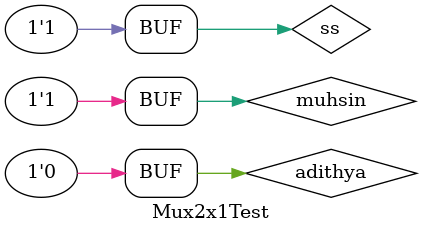
<source format=v>
`timescale 1ns / 1ps


module Mux2x1Test;

	// Inputs
	reg muhsin;
	reg adithya;
	reg ss;

	// Outputs
	wire outsmall;

	// Instantiate the Unit Under Test (UUT)
	Mux2x1 uut (
		.muhsin(muhsin), 
		.adithya(adithya), 
		.ss(ss), 
		.outsmall(outsmall)
	);

	initial begin
		// Initialize Inputs
		muhsin = 11;
		adithya = 13;
		ss = 0;
#100
	muhsin = 32;
		adithya = 41;
		ss = 0;
		#100
			muhsin =12;
		adithya = 22;
		ss = 1;
		#100
			muhsin = 1;
		adithya = 0;
		ss = 1;
		// Wait 100 ns for global reset to finish
		#100;
        
		// Add stimulus here

	end
      
endmodule


</source>
